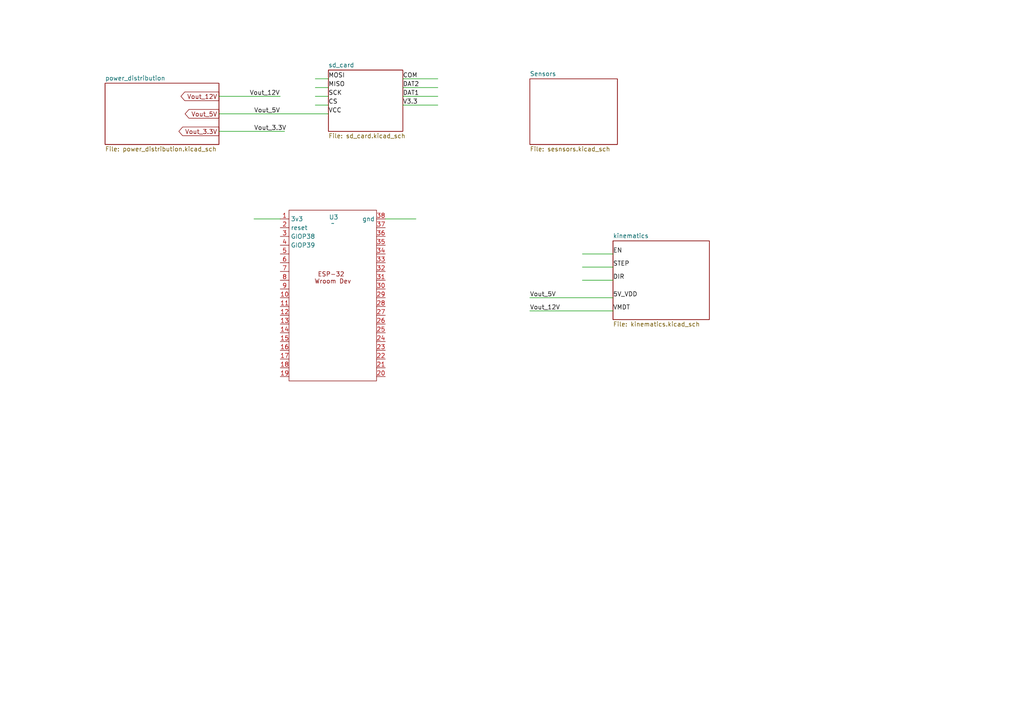
<source format=kicad_sch>
(kicad_sch (version 20250114) (generator "eeschema") (generator_version "9.0")
  (paper "A4")
  (lib_symbols
    (symbol "Espressif:ESP32WroomDev"
      (property "Reference" "U3" (at 0.254 20.828 0))
      (property "Value" "~" (at 0 19.05 0))
      (symbol "ESP32WroomDev_0_1"
        (polyline (pts (xy -12.7 22.86) (xy 12.7 22.86) (xy 12.7 -26.67) (xy -12.7 -26.67) (xy -12.7 22.86)))
      )
      (symbol "ESP32WroomDev_1_1"
        (text "ESP-32 \nWroom Dev\n" (at 0 3.302 0) (effects (font (size 1.27 1.27))))
        (pin bidirectional line (at -15.24 20.32 0) (length 2.54) (name "3v3") (number "1"))
        (pin bidirectional line (at -15.24 17.78 0) (length 2.54) (name "reset") (number "2"))
        (pin bidirectional line (at -15.24 15.24 0) (length 2.54) (name "GIOP38") (number "3"))
        (pin bidirectional line (at -15.24 12.7 0) (length 2.54) (name "GIOP39") (number "4"))
        (pin bidirectional line (at -15.24 10.16 0) (length 2.54) (name "") (number "5"))
        (pin bidirectional line (at -15.24 7.62 0) (length 2.54) (name "") (number "6"))
        (pin bidirectional line (at -15.24 5.08 0) (length 2.54) (name "") (number "7"))
        (pin bidirectional line (at -15.24 2.54 0) (length 2.54) (name "") (number "8"))
        (pin bidirectional line (at -15.24 0 0) (length 2.54) (name "") (number "9"))
        (pin bidirectional line (at -15.24 -2.54 0) (length 2.54) (name "") (number "10"))
        (pin bidirectional line (at -15.24 -5.08 0) (length 2.54) (name "") (number "11"))
        (pin bidirectional line (at -15.24 -7.62 0) (length 2.54) (name "") (number "12"))
        (pin bidirectional line (at -15.24 -10.16 0) (length 2.54) (name "") (number "13"))
        (pin bidirectional line (at -15.24 -12.7 0) (length 2.54) (name "") (number "14"))
        (pin bidirectional line (at -15.24 -15.24 0) (length 2.54) (name "") (number "15"))
        (pin bidirectional line (at -15.24 -17.78 0) (length 2.54) (name "") (number "16"))
        (pin bidirectional line (at -15.24 -20.32 0) (length 2.54) (name "") (number "17"))
        (pin bidirectional line (at -15.24 -22.86 0) (length 2.54) (name "") (number "18"))
        (pin bidirectional line (at -15.24 -25.4 0) (length 2.54) (name "") (number "19"))
        (pin bidirectional line (at 15.24 20.32 180) (length 2.54) (name "gnd") (number "38"))
        (pin bidirectional line (at 15.24 17.78 180) (length 2.54) (name "") (number "37"))
        (pin bidirectional line (at 15.24 15.24 180) (length 2.54) (name "") (number "36"))
        (pin bidirectional line (at 15.24 12.7 180) (length 2.54) (name "") (number "35"))
        (pin bidirectional line (at 15.24 10.16 180) (length 2.54) (name "") (number "34"))
        (pin bidirectional line (at 15.24 7.62 180) (length 2.54) (name "") (number "33"))
        (pin bidirectional line (at 15.24 5.08 180) (length 2.54) (name "") (number "32"))
        (pin bidirectional line (at 15.24 2.54 180) (length 2.54) (name "") (number "31"))
        (pin bidirectional line (at 15.24 0 180) (length 2.54) (name "") (number "30"))
        (pin bidirectional line (at 15.24 -2.54 180) (length 2.54) (name "") (number "29"))
        (pin bidirectional line (at 15.24 -5.08 180) (length 2.54) (name "") (number "28"))
        (pin bidirectional line (at 15.24 -7.62 180) (length 2.54) (name "") (number "27"))
        (pin bidirectional line (at 15.24 -10.16 180) (length 2.54) (name "") (number "26"))
        (pin bidirectional line (at 15.24 -12.7 180) (length 2.54) (name "") (number "25"))
        (pin bidirectional line (at 15.24 -15.24 180) (length 2.54) (name "") (number "24"))
        (pin bidirectional line (at 15.24 -17.78 180) (length 2.54) (name "") (number "23"))
        (pin bidirectional line (at 15.24 -20.32 180) (length 2.54) (name "") (number "22"))
        (pin bidirectional line (at 15.24 -22.86 180) (length 2.54) (name "") (number "21"))
        (pin bidirectional line (at 15.24 -25.4 180) (length 2.54) (name "") (number "20"))
      )
    )
  )
  (wire (pts (xy 153.67 86.36) (xy 177.8 86.36)))
  (wire (pts (xy 168.91 77.47) (xy 177.8 77.47)))
  (wire (pts (xy 168.91 73.66) (xy 177.8 73.66)))
  (wire (pts (xy 111.76 63.5) (xy 120.65 63.5)))
  (wire (pts (xy 116.84 22.86) (xy 127 22.86)))
  (wire (pts (xy 91.44 22.86) (xy 95.25 22.86)))
  (wire (pts (xy 116.84 30.48) (xy 127 30.48)))
  (wire (pts (xy 73.66 63.5) (xy 81.28 63.5)))
  (wire (pts (xy 153.67 90.17) (xy 177.8 90.17)))
  (wire (pts (xy 91.44 30.48) (xy 95.25 30.48)))
  (wire (pts (xy 116.84 27.94) (xy 127 27.94)))
  (wire (pts (xy 91.44 27.94) (xy 95.25 27.94)))
  (wire (pts (xy 116.84 25.4) (xy 127 25.4)))
  (wire (pts (xy 91.44 25.4) (xy 95.25 25.4)))
  (wire (pts (xy 63.5 38.1) (xy 82.55 38.1)))
  (wire (pts (xy 168.91 81.28) (xy 177.8 81.28)))
  (wire (pts (xy 63.5 33.02) (xy 95.25 33.02)))
  (wire (pts (xy 63.5 27.94) (xy 81.28 27.94)))
  (label "COM" (at 116.84 22.86 0))
  (label "Vout_12V" (at 72.39 27.94 0))
  (label "CS" (at 95.25 30.48 0))
  (label "Vout_5V" (at 73.66 33.02 0))
  (label "STEP" (at 177.8 77.47 0))
  (label "Vout_5V" (at 153.67 86.36 0))
  (label "5V_VDD" (at 177.8 86.36 0))
  (label "DIR" (at 177.8 81.28 0))
  (label "SCK" (at 95.25 27.94 0))
  (label "V3.3" (at 116.84 30.48 0))
  (label "EN" (at 177.8 73.66 0))
  (label "DAT2" (at 116.84 25.4 0))
  (label "VMDT" (at 177.8 90.17 0))
  (label "VCC" (at 95.25 33.02 0))
  (label "MISO" (at 95.25 25.4 0))
  (label "Vout_12V" (at 153.67 90.17 0))
  (label "DAT1" (at 116.84 27.94 0))
  (label "Vout_3.3V" (at 73.66 38.1 0))
  (label "MOSI" (at 95.25 22.86 0))
  (global_label "Vout_12V" (shape output) (at 63.5 27.94 180) (property "Intersheetrefs" "${INTERSHEET_REFS}" (effects (hide yes))))
  (global_label "Vout_3.3V" (shape output) (at 63.5 38.1 180) (property "Intersheetrefs" "${INTERSHEET_REFS}" (effects (hide yes))))
  (global_label "Vout_5V" (shape output) (at 63.5 33.02 180) (property "Intersheetrefs" "${INTERSHEET_REFS}" (effects (hide yes))))
  (symbol (lib_id "Espressif:ESP32WroomDev") (at 96.52 83.82 0) (unit 1)
    (property "Reference" "U3" (at 96.774 62.992 0))
    (property "Value" "~" (at 96.52 64.77 0))
  )
  (sheet (at 153.67 22.86) (size 25.4 19.05) (stroke (width 0.1524))
    (property "Sheetname" "Sensors" (at 153.67 22.1484 0) (effects (justify left bottom)))
    (property "Sheetfile" "sesnsors.kicad_sch" (at 153.67 42.4946 0) (effects (justify left top)))
  )
  (sheet (at 30.48 24.13) (size 33.02 17.78) (stroke (width 0.1524))
    (property "Sheetname" "power_distribution" (at 30.48 23.4184 0) (effects (justify left bottom)))
    (property "Sheetfile" "power_distribution.kicad_sch" (at 30.48 42.4946 0) (effects (justify left top)))
  )
  (sheet (at 95.25 20.32) (size 21.59 17.78) (stroke (width 0.1524))
    (property "Sheetname" "sd_card" (at 95.25 19.6084 0) (effects (justify left bottom)))
    (property "Sheetfile" "sd_card.kicad_sch" (at 95.25 38.6846 0) (effects (justify left top)))
  )
  (sheet (at 177.8 69.85) (size 27.94 22.86) (stroke (width 0.1524))
    (property "Sheetname" "kinematics" (at 177.8 69.1384 0) (effects (justify left bottom)))
    (property "Sheetfile" "kinematics.kicad_sch" (at 177.8 93.2946 0) (effects (justify left top)))
  )
)
</source>
